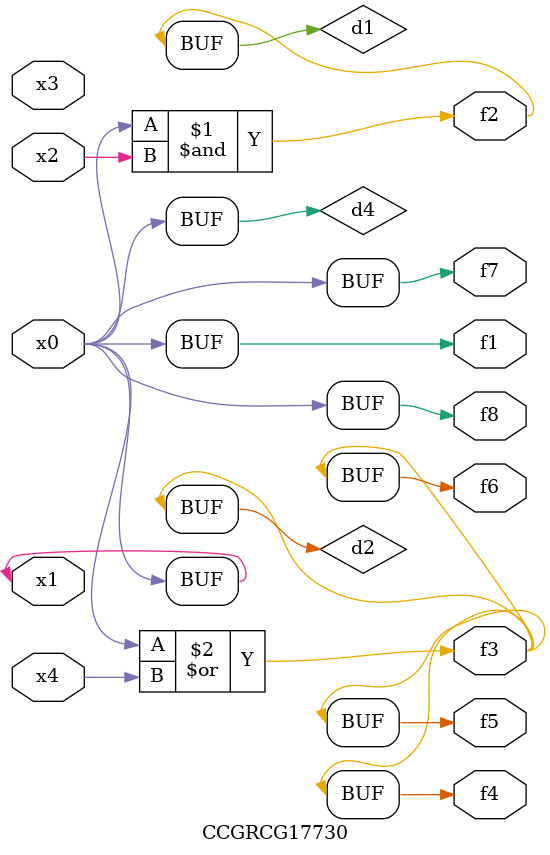
<source format=v>
module CCGRCG17730(
	input x0, x1, x2, x3, x4,
	output f1, f2, f3, f4, f5, f6, f7, f8
);

	wire d1, d2, d3, d4;

	and (d1, x0, x2);
	or (d2, x0, x4);
	nand (d3, x0, x2);
	buf (d4, x0, x1);
	assign f1 = d4;
	assign f2 = d1;
	assign f3 = d2;
	assign f4 = d2;
	assign f5 = d2;
	assign f6 = d2;
	assign f7 = d4;
	assign f8 = d4;
endmodule

</source>
